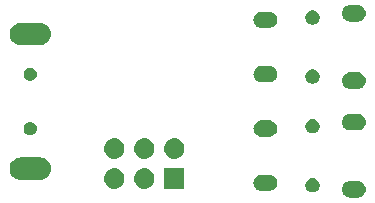
<source format=gbs>
G04 #@! TF.GenerationSoftware,KiCad,Pcbnew,5.0.1-33cea8e~67~ubuntu18.04.1*
G04 #@! TF.CreationDate,2018-10-19T08:25:09+02:00*
G04 #@! TF.ProjectId,audio_interface,617564696F5F696E746572666163652E,rev?*
G04 #@! TF.SameCoordinates,Original*
G04 #@! TF.FileFunction,Soldermask,Bot*
G04 #@! TF.FilePolarity,Negative*
%FSLAX46Y46*%
G04 Gerber Fmt 4.6, Leading zero omitted, Abs format (unit mm)*
G04 Created by KiCad (PCBNEW 5.0.1-33cea8e~67~ubuntu18.04.1) date Fr 19 Okt 2018 08:25:09 CEST*
%MOMM*%
%LPD*%
G01*
G04 APERTURE LIST*
%ADD10C,0.100000*%
G04 APERTURE END LIST*
D10*
G36*
X180937224Y-125010128D02*
X181069175Y-125050155D01*
X181190781Y-125115155D01*
X181297370Y-125202630D01*
X181384845Y-125309219D01*
X181449845Y-125430825D01*
X181489872Y-125562776D01*
X181503387Y-125700000D01*
X181489872Y-125837224D01*
X181449845Y-125969175D01*
X181384845Y-126090781D01*
X181297370Y-126197370D01*
X181190781Y-126284845D01*
X181069175Y-126349845D01*
X180937224Y-126389872D01*
X180834390Y-126400000D01*
X180165610Y-126400000D01*
X180062776Y-126389872D01*
X179930825Y-126349845D01*
X179809219Y-126284845D01*
X179702630Y-126197370D01*
X179615155Y-126090781D01*
X179550155Y-125969175D01*
X179510128Y-125837224D01*
X179496613Y-125700000D01*
X179510128Y-125562776D01*
X179550155Y-125430825D01*
X179615155Y-125309219D01*
X179702630Y-125202630D01*
X179809219Y-125115155D01*
X179930825Y-125050155D01*
X180062776Y-125010128D01*
X180165610Y-125000000D01*
X180834390Y-125000000D01*
X180937224Y-125010128D01*
X180937224Y-125010128D01*
G37*
G36*
X177175012Y-124773057D02*
X177284207Y-124818287D01*
X177382481Y-124883952D01*
X177466048Y-124967519D01*
X177531713Y-125065793D01*
X177576943Y-125174988D01*
X177600000Y-125290904D01*
X177600000Y-125409096D01*
X177576943Y-125525012D01*
X177531713Y-125634207D01*
X177466048Y-125732481D01*
X177382481Y-125816048D01*
X177284207Y-125881713D01*
X177175012Y-125926943D01*
X177059096Y-125950000D01*
X176940904Y-125950000D01*
X176824988Y-125926943D01*
X176715793Y-125881713D01*
X176617519Y-125816048D01*
X176533952Y-125732481D01*
X176468287Y-125634207D01*
X176423057Y-125525012D01*
X176400000Y-125409096D01*
X176400000Y-125290904D01*
X176423057Y-125174988D01*
X176468287Y-125065793D01*
X176533952Y-124967519D01*
X176617519Y-124883952D01*
X176715793Y-124818287D01*
X176824988Y-124773057D01*
X176940904Y-124750000D01*
X177059096Y-124750000D01*
X177175012Y-124773057D01*
X177175012Y-124773057D01*
G37*
G36*
X173437224Y-124460128D02*
X173569175Y-124500155D01*
X173690781Y-124565155D01*
X173797370Y-124652630D01*
X173884845Y-124759219D01*
X173949845Y-124880825D01*
X173989872Y-125012776D01*
X174003387Y-125150000D01*
X173989872Y-125287224D01*
X173949845Y-125419175D01*
X173884845Y-125540781D01*
X173797370Y-125647370D01*
X173690781Y-125734845D01*
X173569175Y-125799845D01*
X173437224Y-125839872D01*
X173334390Y-125850000D01*
X172665610Y-125850000D01*
X172562776Y-125839872D01*
X172430825Y-125799845D01*
X172309219Y-125734845D01*
X172202630Y-125647370D01*
X172115155Y-125540781D01*
X172050155Y-125419175D01*
X172010128Y-125287224D01*
X171996613Y-125150000D01*
X172010128Y-125012776D01*
X172050155Y-124880825D01*
X172115155Y-124759219D01*
X172202630Y-124652630D01*
X172309219Y-124565155D01*
X172430825Y-124500155D01*
X172562776Y-124460128D01*
X172665610Y-124450000D01*
X173334390Y-124450000D01*
X173437224Y-124460128D01*
X173437224Y-124460128D01*
G37*
G36*
X166153600Y-125653600D02*
X164426400Y-125653600D01*
X164426400Y-123926400D01*
X166153600Y-123926400D01*
X166153600Y-125653600D01*
X166153600Y-125653600D01*
G37*
G36*
X160294712Y-123930565D02*
X160379295Y-123938896D01*
X160499727Y-123975429D01*
X160542088Y-123988279D01*
X160692112Y-124068468D01*
X160823612Y-124176388D01*
X160931532Y-124307888D01*
X161011721Y-124457912D01*
X161024535Y-124500155D01*
X161061104Y-124620705D01*
X161077778Y-124790000D01*
X161061104Y-124959295D01*
X161033541Y-125050157D01*
X161011721Y-125122088D01*
X160931532Y-125272112D01*
X160823612Y-125403612D01*
X160692112Y-125511532D01*
X160542088Y-125591721D01*
X160499727Y-125604571D01*
X160379295Y-125641104D01*
X160294712Y-125649435D01*
X160252421Y-125653600D01*
X160167579Y-125653600D01*
X160125288Y-125649435D01*
X160040705Y-125641104D01*
X159920273Y-125604571D01*
X159877912Y-125591721D01*
X159727888Y-125511532D01*
X159596388Y-125403612D01*
X159488468Y-125272112D01*
X159408279Y-125122088D01*
X159386459Y-125050157D01*
X159358896Y-124959295D01*
X159342222Y-124790000D01*
X159358896Y-124620705D01*
X159395465Y-124500155D01*
X159408279Y-124457912D01*
X159488468Y-124307888D01*
X159596388Y-124176388D01*
X159727888Y-124068468D01*
X159877912Y-123988279D01*
X159920273Y-123975429D01*
X160040705Y-123938896D01*
X160125288Y-123930565D01*
X160167579Y-123926400D01*
X160252421Y-123926400D01*
X160294712Y-123930565D01*
X160294712Y-123930565D01*
G37*
G36*
X162834712Y-123930565D02*
X162919295Y-123938896D01*
X163039727Y-123975429D01*
X163082088Y-123988279D01*
X163232112Y-124068468D01*
X163363612Y-124176388D01*
X163471532Y-124307888D01*
X163551721Y-124457912D01*
X163564535Y-124500155D01*
X163601104Y-124620705D01*
X163617778Y-124790000D01*
X163601104Y-124959295D01*
X163573541Y-125050157D01*
X163551721Y-125122088D01*
X163471532Y-125272112D01*
X163363612Y-125403612D01*
X163232112Y-125511532D01*
X163082088Y-125591721D01*
X163039727Y-125604571D01*
X162919295Y-125641104D01*
X162834712Y-125649435D01*
X162792421Y-125653600D01*
X162707579Y-125653600D01*
X162665288Y-125649435D01*
X162580705Y-125641104D01*
X162460273Y-125604571D01*
X162417912Y-125591721D01*
X162267888Y-125511532D01*
X162136388Y-125403612D01*
X162028468Y-125272112D01*
X161948279Y-125122088D01*
X161926459Y-125050157D01*
X161898896Y-124959295D01*
X161882222Y-124790000D01*
X161898896Y-124620705D01*
X161935465Y-124500155D01*
X161948279Y-124457912D01*
X162028468Y-124307888D01*
X162136388Y-124176388D01*
X162267888Y-124068468D01*
X162417912Y-123988279D01*
X162460273Y-123975429D01*
X162580705Y-123938896D01*
X162665288Y-123930565D01*
X162707579Y-123926400D01*
X162792421Y-123926400D01*
X162834712Y-123930565D01*
X162834712Y-123930565D01*
G37*
G36*
X154086232Y-123013746D02*
X154175770Y-123040907D01*
X154265309Y-123068068D01*
X154430347Y-123156283D01*
X154575001Y-123274999D01*
X154693717Y-123419653D01*
X154781932Y-123584691D01*
X154836254Y-123763769D01*
X154854596Y-123950000D01*
X154836254Y-124136231D01*
X154781932Y-124315309D01*
X154693717Y-124480347D01*
X154575001Y-124625001D01*
X154430347Y-124743717D01*
X154265309Y-124831932D01*
X154175770Y-124859093D01*
X154086232Y-124886254D01*
X154016448Y-124893127D01*
X153946666Y-124900000D01*
X152253334Y-124900000D01*
X152183552Y-124893127D01*
X152113768Y-124886254D01*
X152024230Y-124859093D01*
X151934691Y-124831932D01*
X151769653Y-124743717D01*
X151624999Y-124625001D01*
X151506283Y-124480347D01*
X151418068Y-124315309D01*
X151363746Y-124136231D01*
X151345404Y-123950000D01*
X151363746Y-123763769D01*
X151418068Y-123584691D01*
X151506283Y-123419653D01*
X151624999Y-123274999D01*
X151769653Y-123156283D01*
X151934691Y-123068068D01*
X152024230Y-123040907D01*
X152113768Y-123013746D01*
X152253334Y-123000000D01*
X153946666Y-123000000D01*
X154086232Y-123013746D01*
X154086232Y-123013746D01*
G37*
G36*
X160294712Y-121390565D02*
X160379295Y-121398896D01*
X160499727Y-121435429D01*
X160542088Y-121448279D01*
X160692112Y-121528468D01*
X160823612Y-121636388D01*
X160931532Y-121767888D01*
X161011721Y-121917912D01*
X161011722Y-121917916D01*
X161061104Y-122080705D01*
X161077778Y-122250000D01*
X161061104Y-122419295D01*
X161024571Y-122539727D01*
X161011721Y-122582088D01*
X160931532Y-122732112D01*
X160823612Y-122863612D01*
X160692112Y-122971532D01*
X160542088Y-123051721D01*
X160499727Y-123064571D01*
X160379295Y-123101104D01*
X160294712Y-123109435D01*
X160252421Y-123113600D01*
X160167579Y-123113600D01*
X160125288Y-123109435D01*
X160040705Y-123101104D01*
X159920273Y-123064571D01*
X159877912Y-123051721D01*
X159727888Y-122971532D01*
X159596388Y-122863612D01*
X159488468Y-122732112D01*
X159408279Y-122582088D01*
X159395429Y-122539727D01*
X159358896Y-122419295D01*
X159342222Y-122250000D01*
X159358896Y-122080705D01*
X159408278Y-121917916D01*
X159408279Y-121917912D01*
X159488468Y-121767888D01*
X159596388Y-121636388D01*
X159727888Y-121528468D01*
X159877912Y-121448279D01*
X159920273Y-121435429D01*
X160040705Y-121398896D01*
X160125288Y-121390565D01*
X160167579Y-121386400D01*
X160252421Y-121386400D01*
X160294712Y-121390565D01*
X160294712Y-121390565D01*
G37*
G36*
X162834712Y-121390565D02*
X162919295Y-121398896D01*
X163039727Y-121435429D01*
X163082088Y-121448279D01*
X163232112Y-121528468D01*
X163363612Y-121636388D01*
X163471532Y-121767888D01*
X163551721Y-121917912D01*
X163551722Y-121917916D01*
X163601104Y-122080705D01*
X163617778Y-122250000D01*
X163601104Y-122419295D01*
X163564571Y-122539727D01*
X163551721Y-122582088D01*
X163471532Y-122732112D01*
X163363612Y-122863612D01*
X163232112Y-122971532D01*
X163082088Y-123051721D01*
X163039727Y-123064571D01*
X162919295Y-123101104D01*
X162834712Y-123109435D01*
X162792421Y-123113600D01*
X162707579Y-123113600D01*
X162665288Y-123109435D01*
X162580705Y-123101104D01*
X162460273Y-123064571D01*
X162417912Y-123051721D01*
X162267888Y-122971532D01*
X162136388Y-122863612D01*
X162028468Y-122732112D01*
X161948279Y-122582088D01*
X161935429Y-122539727D01*
X161898896Y-122419295D01*
X161882222Y-122250000D01*
X161898896Y-122080705D01*
X161948278Y-121917916D01*
X161948279Y-121917912D01*
X162028468Y-121767888D01*
X162136388Y-121636388D01*
X162267888Y-121528468D01*
X162417912Y-121448279D01*
X162460273Y-121435429D01*
X162580705Y-121398896D01*
X162665288Y-121390565D01*
X162707579Y-121386400D01*
X162792421Y-121386400D01*
X162834712Y-121390565D01*
X162834712Y-121390565D01*
G37*
G36*
X165374712Y-121390565D02*
X165459295Y-121398896D01*
X165579727Y-121435429D01*
X165622088Y-121448279D01*
X165772112Y-121528468D01*
X165903612Y-121636388D01*
X166011532Y-121767888D01*
X166091721Y-121917912D01*
X166091722Y-121917916D01*
X166141104Y-122080705D01*
X166157778Y-122250000D01*
X166141104Y-122419295D01*
X166104571Y-122539727D01*
X166091721Y-122582088D01*
X166011532Y-122732112D01*
X165903612Y-122863612D01*
X165772112Y-122971532D01*
X165622088Y-123051721D01*
X165579727Y-123064571D01*
X165459295Y-123101104D01*
X165374712Y-123109435D01*
X165332421Y-123113600D01*
X165247579Y-123113600D01*
X165205288Y-123109435D01*
X165120705Y-123101104D01*
X165000273Y-123064571D01*
X164957912Y-123051721D01*
X164807888Y-122971532D01*
X164676388Y-122863612D01*
X164568468Y-122732112D01*
X164488279Y-122582088D01*
X164475429Y-122539727D01*
X164438896Y-122419295D01*
X164422222Y-122250000D01*
X164438896Y-122080705D01*
X164488278Y-121917916D01*
X164488279Y-121917912D01*
X164568468Y-121767888D01*
X164676388Y-121636388D01*
X164807888Y-121528468D01*
X164957912Y-121448279D01*
X165000273Y-121435429D01*
X165120705Y-121398896D01*
X165205288Y-121390565D01*
X165247579Y-121386400D01*
X165332421Y-121386400D01*
X165374712Y-121390565D01*
X165374712Y-121390565D01*
G37*
G36*
X173437224Y-119860128D02*
X173569175Y-119900155D01*
X173690781Y-119965155D01*
X173797370Y-120052630D01*
X173884845Y-120159219D01*
X173949845Y-120280825D01*
X173989872Y-120412776D01*
X174003387Y-120550000D01*
X173989872Y-120687224D01*
X173949845Y-120819175D01*
X173884845Y-120940781D01*
X173797370Y-121047370D01*
X173690781Y-121134845D01*
X173569175Y-121199845D01*
X173437224Y-121239872D01*
X173334390Y-121250000D01*
X172665610Y-121250000D01*
X172562776Y-121239872D01*
X172430825Y-121199845D01*
X172309219Y-121134845D01*
X172202630Y-121047370D01*
X172115155Y-120940781D01*
X172050155Y-120819175D01*
X172010128Y-120687224D01*
X171996613Y-120550000D01*
X172010128Y-120412776D01*
X172050155Y-120280825D01*
X172115155Y-120159219D01*
X172202630Y-120052630D01*
X172309219Y-119965155D01*
X172430825Y-119900155D01*
X172562776Y-119860128D01*
X172665610Y-119850000D01*
X173334390Y-119850000D01*
X173437224Y-119860128D01*
X173437224Y-119860128D01*
G37*
G36*
X153189590Y-120007045D02*
X153260429Y-120021136D01*
X153336463Y-120052631D01*
X153360523Y-120062597D01*
X153450607Y-120122789D01*
X153527211Y-120199393D01*
X153527213Y-120199396D01*
X153587403Y-120289477D01*
X153628864Y-120389571D01*
X153650000Y-120495830D01*
X153650000Y-120604170D01*
X153628864Y-120710429D01*
X153587403Y-120810523D01*
X153527211Y-120900607D01*
X153450607Y-120977211D01*
X153450604Y-120977213D01*
X153360523Y-121037403D01*
X153260429Y-121078864D01*
X153189590Y-121092955D01*
X153154171Y-121100000D01*
X153045829Y-121100000D01*
X153010410Y-121092955D01*
X152939571Y-121078864D01*
X152839477Y-121037403D01*
X152749396Y-120977213D01*
X152749393Y-120977211D01*
X152672789Y-120900607D01*
X152612597Y-120810523D01*
X152571136Y-120710429D01*
X152550000Y-120604170D01*
X152550000Y-120495830D01*
X152571136Y-120389571D01*
X152612597Y-120289477D01*
X152672787Y-120199396D01*
X152672789Y-120199393D01*
X152749393Y-120122789D01*
X152839477Y-120062597D01*
X152863537Y-120052631D01*
X152939571Y-120021136D01*
X153010410Y-120007045D01*
X153045829Y-120000000D01*
X153154171Y-120000000D01*
X153189590Y-120007045D01*
X153189590Y-120007045D01*
G37*
G36*
X177175012Y-119773057D02*
X177284207Y-119818287D01*
X177382481Y-119883952D01*
X177466048Y-119967519D01*
X177531713Y-120065793D01*
X177576943Y-120174988D01*
X177600000Y-120290904D01*
X177600000Y-120409096D01*
X177576943Y-120525012D01*
X177531713Y-120634207D01*
X177466048Y-120732481D01*
X177382481Y-120816048D01*
X177284207Y-120881713D01*
X177175012Y-120926943D01*
X177059096Y-120950000D01*
X176940904Y-120950000D01*
X176824988Y-120926943D01*
X176715793Y-120881713D01*
X176617519Y-120816048D01*
X176533952Y-120732481D01*
X176468287Y-120634207D01*
X176423057Y-120525012D01*
X176400000Y-120409096D01*
X176400000Y-120290904D01*
X176423057Y-120174988D01*
X176468287Y-120065793D01*
X176533952Y-119967519D01*
X176617519Y-119883952D01*
X176715793Y-119818287D01*
X176824988Y-119773057D01*
X176940904Y-119750000D01*
X177059096Y-119750000D01*
X177175012Y-119773057D01*
X177175012Y-119773057D01*
G37*
G36*
X180937224Y-119310128D02*
X181069175Y-119350155D01*
X181190781Y-119415155D01*
X181297370Y-119502630D01*
X181384845Y-119609219D01*
X181449845Y-119730825D01*
X181489872Y-119862776D01*
X181503387Y-120000000D01*
X181489872Y-120137224D01*
X181449845Y-120269175D01*
X181384845Y-120390781D01*
X181297370Y-120497370D01*
X181190781Y-120584845D01*
X181069175Y-120649845D01*
X180937224Y-120689872D01*
X180834390Y-120700000D01*
X180165610Y-120700000D01*
X180062776Y-120689872D01*
X179930825Y-120649845D01*
X179809219Y-120584845D01*
X179702630Y-120497370D01*
X179615155Y-120390781D01*
X179550155Y-120269175D01*
X179510128Y-120137224D01*
X179496613Y-120000000D01*
X179510128Y-119862776D01*
X179550155Y-119730825D01*
X179615155Y-119609219D01*
X179702630Y-119502630D01*
X179809219Y-119415155D01*
X179930825Y-119350155D01*
X180062776Y-119310128D01*
X180165610Y-119300000D01*
X180834390Y-119300000D01*
X180937224Y-119310128D01*
X180937224Y-119310128D01*
G37*
G36*
X180937224Y-115810128D02*
X181069175Y-115850155D01*
X181190781Y-115915155D01*
X181297370Y-116002630D01*
X181384845Y-116109219D01*
X181449845Y-116230825D01*
X181489872Y-116362776D01*
X181503387Y-116500000D01*
X181489872Y-116637224D01*
X181449845Y-116769175D01*
X181384845Y-116890781D01*
X181297370Y-116997370D01*
X181190781Y-117084845D01*
X181069175Y-117149845D01*
X180937224Y-117189872D01*
X180834390Y-117200000D01*
X180165610Y-117200000D01*
X180062776Y-117189872D01*
X179930825Y-117149845D01*
X179809219Y-117084845D01*
X179702630Y-116997370D01*
X179615155Y-116890781D01*
X179550155Y-116769175D01*
X179510128Y-116637224D01*
X179496613Y-116500000D01*
X179510128Y-116362776D01*
X179550155Y-116230825D01*
X179615155Y-116109219D01*
X179702630Y-116002630D01*
X179809219Y-115915155D01*
X179930825Y-115850155D01*
X180062776Y-115810128D01*
X180165610Y-115800000D01*
X180834390Y-115800000D01*
X180937224Y-115810128D01*
X180937224Y-115810128D01*
G37*
G36*
X177175012Y-115573057D02*
X177284207Y-115618287D01*
X177382481Y-115683952D01*
X177466048Y-115767519D01*
X177531713Y-115865793D01*
X177576943Y-115974988D01*
X177600000Y-116090904D01*
X177600000Y-116209096D01*
X177576943Y-116325012D01*
X177531713Y-116434207D01*
X177466048Y-116532481D01*
X177382481Y-116616048D01*
X177284207Y-116681713D01*
X177175012Y-116726943D01*
X177059096Y-116750000D01*
X176940904Y-116750000D01*
X176824988Y-116726943D01*
X176715793Y-116681713D01*
X176617519Y-116616048D01*
X176533952Y-116532481D01*
X176468287Y-116434207D01*
X176423057Y-116325012D01*
X176400000Y-116209096D01*
X176400000Y-116090904D01*
X176423057Y-115974988D01*
X176468287Y-115865793D01*
X176533952Y-115767519D01*
X176617519Y-115683952D01*
X176715793Y-115618287D01*
X176824988Y-115573057D01*
X176940904Y-115550000D01*
X177059096Y-115550000D01*
X177175012Y-115573057D01*
X177175012Y-115573057D01*
G37*
G36*
X173437224Y-115260128D02*
X173569175Y-115300155D01*
X173690781Y-115365155D01*
X173797370Y-115452630D01*
X173884845Y-115559219D01*
X173949845Y-115680825D01*
X173989872Y-115812776D01*
X174003387Y-115950000D01*
X173989872Y-116087224D01*
X173949845Y-116219175D01*
X173884845Y-116340781D01*
X173797370Y-116447370D01*
X173690781Y-116534845D01*
X173569175Y-116599845D01*
X173437224Y-116639872D01*
X173334390Y-116650000D01*
X172665610Y-116650000D01*
X172562776Y-116639872D01*
X172430825Y-116599845D01*
X172309219Y-116534845D01*
X172202630Y-116447370D01*
X172115155Y-116340781D01*
X172050155Y-116219175D01*
X172010128Y-116087224D01*
X171996613Y-115950000D01*
X172010128Y-115812776D01*
X172050155Y-115680825D01*
X172115155Y-115559219D01*
X172202630Y-115452630D01*
X172309219Y-115365155D01*
X172430825Y-115300155D01*
X172562776Y-115260128D01*
X172665610Y-115250000D01*
X173334390Y-115250000D01*
X173437224Y-115260128D01*
X173437224Y-115260128D01*
G37*
G36*
X153189590Y-115407045D02*
X153260429Y-115421136D01*
X153336463Y-115452631D01*
X153360523Y-115462597D01*
X153450607Y-115522789D01*
X153527211Y-115599393D01*
X153527213Y-115599396D01*
X153587403Y-115689477D01*
X153628864Y-115789571D01*
X153650000Y-115895830D01*
X153650000Y-116004170D01*
X153628864Y-116110429D01*
X153587994Y-116209096D01*
X153587403Y-116210523D01*
X153527211Y-116300607D01*
X153450607Y-116377211D01*
X153450604Y-116377213D01*
X153360523Y-116437403D01*
X153260429Y-116478864D01*
X153189590Y-116492955D01*
X153154171Y-116500000D01*
X153045829Y-116500000D01*
X153010410Y-116492955D01*
X152939571Y-116478864D01*
X152839477Y-116437403D01*
X152749396Y-116377213D01*
X152749393Y-116377211D01*
X152672789Y-116300607D01*
X152612597Y-116210523D01*
X152612006Y-116209096D01*
X152571136Y-116110429D01*
X152550000Y-116004170D01*
X152550000Y-115895830D01*
X152571136Y-115789571D01*
X152612597Y-115689477D01*
X152672787Y-115599396D01*
X152672789Y-115599393D01*
X152749393Y-115522789D01*
X152839477Y-115462597D01*
X152863537Y-115452631D01*
X152939571Y-115421136D01*
X153010410Y-115407045D01*
X153045829Y-115400000D01*
X153154171Y-115400000D01*
X153189590Y-115407045D01*
X153189590Y-115407045D01*
G37*
G36*
X154016448Y-111606873D02*
X154086232Y-111613746D01*
X154175770Y-111640907D01*
X154265309Y-111668068D01*
X154430347Y-111756283D01*
X154575001Y-111874999D01*
X154693717Y-112019653D01*
X154781932Y-112184691D01*
X154836254Y-112363769D01*
X154854596Y-112550000D01*
X154836254Y-112736231D01*
X154781932Y-112915309D01*
X154693717Y-113080347D01*
X154575001Y-113225001D01*
X154430347Y-113343717D01*
X154265309Y-113431932D01*
X154175770Y-113459093D01*
X154086232Y-113486254D01*
X153946666Y-113500000D01*
X152253334Y-113500000D01*
X152113768Y-113486254D01*
X152024230Y-113459093D01*
X151934691Y-113431932D01*
X151769653Y-113343717D01*
X151624999Y-113225001D01*
X151506283Y-113080347D01*
X151418068Y-112915309D01*
X151363746Y-112736231D01*
X151345404Y-112550000D01*
X151363746Y-112363769D01*
X151418068Y-112184691D01*
X151506283Y-112019653D01*
X151624999Y-111874999D01*
X151769653Y-111756283D01*
X151934691Y-111668068D01*
X152024230Y-111640907D01*
X152113768Y-111613746D01*
X152183552Y-111606873D01*
X152253334Y-111600000D01*
X153946666Y-111600000D01*
X154016448Y-111606873D01*
X154016448Y-111606873D01*
G37*
G36*
X173437224Y-110660128D02*
X173569175Y-110700155D01*
X173690781Y-110765155D01*
X173797370Y-110852630D01*
X173884845Y-110959219D01*
X173949845Y-111080825D01*
X173989872Y-111212776D01*
X174003387Y-111350000D01*
X173989872Y-111487224D01*
X173949845Y-111619175D01*
X173884845Y-111740781D01*
X173797370Y-111847370D01*
X173690781Y-111934845D01*
X173569175Y-111999845D01*
X173437224Y-112039872D01*
X173334390Y-112050000D01*
X172665610Y-112050000D01*
X172562776Y-112039872D01*
X172430825Y-111999845D01*
X172309219Y-111934845D01*
X172202630Y-111847370D01*
X172115155Y-111740781D01*
X172050155Y-111619175D01*
X172010128Y-111487224D01*
X171996613Y-111350000D01*
X172010128Y-111212776D01*
X172050155Y-111080825D01*
X172115155Y-110959219D01*
X172202630Y-110852630D01*
X172309219Y-110765155D01*
X172430825Y-110700155D01*
X172562776Y-110660128D01*
X172665610Y-110650000D01*
X173334390Y-110650000D01*
X173437224Y-110660128D01*
X173437224Y-110660128D01*
G37*
G36*
X177175012Y-110573057D02*
X177284207Y-110618287D01*
X177382481Y-110683952D01*
X177466048Y-110767519D01*
X177531713Y-110865793D01*
X177576943Y-110974988D01*
X177600000Y-111090904D01*
X177600000Y-111209096D01*
X177576943Y-111325012D01*
X177531713Y-111434207D01*
X177466048Y-111532481D01*
X177382481Y-111616048D01*
X177284207Y-111681713D01*
X177175012Y-111726943D01*
X177059096Y-111750000D01*
X176940904Y-111750000D01*
X176824988Y-111726943D01*
X176715793Y-111681713D01*
X176617519Y-111616048D01*
X176533952Y-111532481D01*
X176468287Y-111434207D01*
X176423057Y-111325012D01*
X176400000Y-111209096D01*
X176400000Y-111090904D01*
X176423057Y-110974988D01*
X176468287Y-110865793D01*
X176533952Y-110767519D01*
X176617519Y-110683952D01*
X176715793Y-110618287D01*
X176824988Y-110573057D01*
X176940904Y-110550000D01*
X177059096Y-110550000D01*
X177175012Y-110573057D01*
X177175012Y-110573057D01*
G37*
G36*
X180937224Y-110110128D02*
X181069175Y-110150155D01*
X181190781Y-110215155D01*
X181297370Y-110302630D01*
X181384845Y-110409219D01*
X181449845Y-110530825D01*
X181489872Y-110662776D01*
X181503387Y-110800000D01*
X181489872Y-110937224D01*
X181449845Y-111069175D01*
X181384845Y-111190781D01*
X181297370Y-111297370D01*
X181190781Y-111384845D01*
X181069175Y-111449845D01*
X180937224Y-111489872D01*
X180834390Y-111500000D01*
X180165610Y-111500000D01*
X180062776Y-111489872D01*
X179930825Y-111449845D01*
X179809219Y-111384845D01*
X179702630Y-111297370D01*
X179615155Y-111190781D01*
X179550155Y-111069175D01*
X179510128Y-110937224D01*
X179496613Y-110800000D01*
X179510128Y-110662776D01*
X179550155Y-110530825D01*
X179615155Y-110409219D01*
X179702630Y-110302630D01*
X179809219Y-110215155D01*
X179930825Y-110150155D01*
X180062776Y-110110128D01*
X180165610Y-110100000D01*
X180834390Y-110100000D01*
X180937224Y-110110128D01*
X180937224Y-110110128D01*
G37*
M02*

</source>
